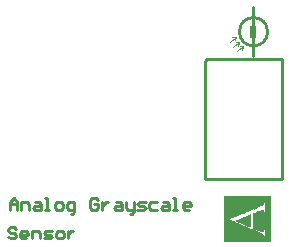
<source format=gto>
%FSLAX23Y23*%
%MOIN*%
G70*
G01*
G75*
%ADD10R,0.035X0.031*%
%ADD11R,0.118X0.039*%
%ADD12R,0.118X0.059*%
%ADD13C,0.010*%
%ADD14C,0.060*%
%ADD15C,0.039*%
%ADD16C,0.236*%
%ADD17C,0.050*%
%ADD18C,0.004*%
%ADD19C,0.000*%
%ADD20R,0.023X0.043*%
D13*
X1240Y768D02*
G03*
X1240Y768I-47J0D01*
G01*
X1191Y686D02*
Y850D01*
X1287Y277D02*
Y677D01*
X1037D02*
X1287D01*
X1032Y672D02*
X1037Y677D01*
X1032Y277D02*
Y672D01*
Y277D02*
X1287D01*
X402Y112D02*
X396Y118D01*
X383D01*
X376Y112D01*
Y105D01*
X383Y98D01*
X396D01*
X402Y92D01*
Y85D01*
X396Y79D01*
X383D01*
X376Y85D01*
X435Y79D02*
X422D01*
X415Y85D01*
Y98D01*
X422Y105D01*
X435D01*
X442Y98D01*
Y92D01*
X415D01*
X455Y79D02*
Y105D01*
X474D01*
X481Y98D01*
Y79D01*
X494D02*
X514D01*
X520Y85D01*
X514Y92D01*
X501D01*
X494Y98D01*
X501Y105D01*
X520D01*
X540Y79D02*
X553D01*
X560Y85D01*
Y98D01*
X553Y105D01*
X540D01*
X533Y98D01*
Y85D01*
X540Y79D01*
X573Y105D02*
Y79D01*
Y92D01*
X579Y98D01*
X586Y105D01*
X592D01*
X380Y175D02*
Y201D01*
X393Y215D01*
X406Y201D01*
Y175D01*
Y195D01*
X380D01*
X419Y175D02*
Y201D01*
X439D01*
X446Y195D01*
Y175D01*
X465Y201D02*
X478D01*
X485Y195D01*
Y175D01*
X465D01*
X459Y182D01*
X465Y188D01*
X485D01*
X498Y175D02*
X511D01*
X505D01*
Y215D01*
X498D01*
X537Y175D02*
X550D01*
X557Y182D01*
Y195D01*
X550Y201D01*
X537D01*
X531Y195D01*
Y182D01*
X537Y175D01*
X583Y162D02*
X590D01*
X596Y169D01*
Y201D01*
X577D01*
X570Y195D01*
Y182D01*
X577Y175D01*
X596D01*
X675Y208D02*
X669Y215D01*
X655D01*
X649Y208D01*
Y182D01*
X655Y175D01*
X669D01*
X675Y182D01*
Y195D01*
X662D01*
X688Y201D02*
Y175D01*
Y188D01*
X695Y195D01*
X701Y201D01*
X708D01*
X734D02*
X747D01*
X754Y195D01*
Y175D01*
X734D01*
X728Y182D01*
X734Y188D01*
X754D01*
X767Y201D02*
Y182D01*
X773Y175D01*
X793D01*
Y169D01*
X787Y162D01*
X780D01*
X793Y175D02*
Y201D01*
X806Y175D02*
X826D01*
X833Y182D01*
X826Y188D01*
X813D01*
X806Y195D01*
X813Y201D01*
X833D01*
X872D02*
X852D01*
X846Y195D01*
Y182D01*
X852Y175D01*
X872D01*
X892Y201D02*
X905D01*
X911Y195D01*
Y175D01*
X892D01*
X885Y182D01*
X892Y188D01*
X911D01*
X924Y175D02*
X937D01*
X931D01*
Y215D01*
X924D01*
X977Y175D02*
X964D01*
X957Y182D01*
Y195D01*
X964Y201D01*
X977D01*
X983Y195D01*
Y188D01*
X957D01*
D18*
X1113Y735D02*
X1133Y751D01*
X1130Y739D02*
X1133Y751D01*
X1122Y752D02*
X1133Y751D01*
Y734D02*
X1144Y733D01*
X1141Y721D02*
X1144Y733D01*
X1124Y718D02*
X1144Y733D01*
X1147Y719D02*
X1157Y719D01*
X1155Y707D02*
X1157Y719D01*
X1138Y703D02*
X1157Y719D01*
D19*
X1247Y70D02*
Y220D01*
X1246Y70D02*
Y220D01*
X1246Y70D02*
Y220D01*
X1246Y70D02*
Y220D01*
X1245Y70D02*
Y220D01*
X1245Y70D02*
Y220D01*
X1245Y70D02*
Y220D01*
X1245Y70D02*
Y220D01*
X1244Y70D02*
Y220D01*
X1244Y70D02*
Y220D01*
X1244Y70D02*
Y220D01*
X1243Y70D02*
Y220D01*
X1243Y70D02*
Y220D01*
X1243Y70D02*
Y220D01*
X1242Y70D02*
Y220D01*
X1242Y70D02*
Y220D01*
X1242Y70D02*
Y220D01*
X1242Y70D02*
Y220D01*
X1241Y70D02*
Y220D01*
X1241Y70D02*
Y220D01*
X1241Y70D02*
Y220D01*
X1240Y70D02*
Y220D01*
X1240Y70D02*
Y220D01*
X1240Y70D02*
Y220D01*
X1239Y70D02*
Y220D01*
X1239Y70D02*
Y220D01*
X1239Y70D02*
Y220D01*
X1239Y70D02*
Y220D01*
X1238Y70D02*
Y220D01*
X1238Y70D02*
Y220D01*
X1238Y70D02*
Y220D01*
X1237Y70D02*
Y220D01*
X1237Y70D02*
Y220D01*
X1237Y70D02*
Y220D01*
X1236Y70D02*
Y220D01*
X1236Y70D02*
Y220D01*
X1236Y70D02*
Y220D01*
X1236Y70D02*
Y220D01*
X1235Y70D02*
Y220D01*
X1235Y70D02*
Y220D01*
X1235Y70D02*
Y220D01*
X1234Y70D02*
Y220D01*
X1234Y70D02*
Y220D01*
X1234Y70D02*
Y220D01*
X1233Y70D02*
Y220D01*
X1233Y70D02*
Y220D01*
X1233Y70D02*
Y220D01*
X1233Y70D02*
Y220D01*
X1232Y70D02*
Y220D01*
X1232Y70D02*
Y220D01*
X1232Y70D02*
Y220D01*
X1231Y70D02*
Y220D01*
X1231Y70D02*
Y220D01*
X1231Y70D02*
Y220D01*
X1230Y70D02*
Y220D01*
X1230Y70D02*
Y220D01*
X1230Y207D02*
Y220D01*
Y118D02*
Y206D01*
Y83D02*
Y115D01*
Y70D02*
Y81D01*
X1230Y207D02*
Y220D01*
Y118D02*
Y206D01*
Y83D02*
Y115D01*
Y70D02*
Y81D01*
X1229Y206D02*
Y220D01*
Y118D02*
Y160D01*
Y70D02*
Y81D01*
X1229Y206D02*
Y220D01*
Y118D02*
Y160D01*
Y70D02*
Y81D01*
X1229Y208D02*
Y220D01*
Y118D02*
Y160D01*
Y70D02*
Y81D01*
X1228Y208D02*
Y220D01*
Y118D02*
Y160D01*
Y70D02*
Y81D01*
X1228Y207D02*
Y220D01*
Y205D02*
Y206D01*
Y117D02*
Y160D01*
Y70D02*
Y82D01*
X1228Y207D02*
Y220D01*
Y205D02*
Y206D01*
Y117D02*
Y160D01*
Y70D02*
Y82D01*
X1227Y206D02*
Y220D01*
Y205D02*
Y206D01*
Y118D02*
Y160D01*
Y70D02*
Y81D01*
X1227Y204D02*
Y220D01*
Y113D02*
Y166D01*
Y70D02*
Y83D01*
X1227Y204D02*
Y220D01*
Y113D02*
Y166D01*
Y70D02*
Y83D01*
X1227Y200D02*
Y220D01*
Y110D02*
Y167D01*
Y70D02*
Y86D01*
X1226Y200D02*
Y220D01*
Y110D02*
Y167D01*
Y70D02*
Y86D01*
X1226Y199D02*
Y220D01*
Y108D02*
Y169D01*
Y70D02*
Y87D01*
X1226Y199D02*
Y220D01*
Y108D02*
Y169D01*
Y70D02*
Y87D01*
X1225Y199D02*
Y220D01*
Y107D02*
Y169D01*
Y70D02*
Y88D01*
X1225Y199D02*
Y220D01*
Y107D02*
Y169D01*
Y70D02*
Y88D01*
X1225Y197D02*
Y220D01*
Y106D02*
Y170D01*
Y70D02*
Y89D01*
X1224Y197D02*
Y220D01*
Y106D02*
Y170D01*
Y70D02*
Y89D01*
X1224Y197D02*
Y220D01*
Y106D02*
Y172D01*
Y70D02*
Y91D01*
X1224Y197D02*
Y220D01*
Y106D02*
Y172D01*
Y70D02*
Y91D01*
X1224Y196D02*
Y220D01*
Y105D02*
Y171D01*
Y70D02*
Y91D01*
X1223Y196D02*
Y220D01*
Y105D02*
Y171D01*
Y70D02*
Y91D01*
X1223Y195D02*
Y220D01*
Y105D02*
Y172D01*
Y70D02*
Y91D01*
X1223Y195D02*
Y220D01*
Y105D02*
Y173D01*
Y70D02*
Y92D01*
X1222Y195D02*
Y220D01*
Y105D02*
Y173D01*
Y70D02*
Y92D01*
X1222Y194D02*
Y220D01*
Y103D02*
Y172D01*
Y70D02*
Y92D01*
X1222Y194D02*
Y220D01*
Y103D02*
Y172D01*
Y70D02*
Y92D01*
X1221Y194D02*
Y220D01*
Y104D02*
Y172D01*
Y70D02*
Y94D01*
X1221Y194D02*
Y220D01*
Y104D02*
Y172D01*
Y70D02*
Y94D01*
X1221Y193D02*
Y220D01*
Y105D02*
Y172D01*
Y70D02*
Y93D01*
X1221Y193D02*
Y220D01*
Y105D02*
Y172D01*
Y70D02*
Y93D01*
X1220Y193D02*
Y220D01*
Y103D02*
Y172D01*
Y70D02*
Y94D01*
X1220Y193D02*
Y220D01*
Y103D02*
Y172D01*
Y70D02*
Y94D01*
X1220Y192D02*
Y220D01*
Y103D02*
Y172D01*
Y70D02*
Y94D01*
X1219Y192D02*
Y220D01*
Y103D02*
Y172D01*
Y70D02*
Y94D01*
X1219Y193D02*
Y220D01*
Y104D02*
Y173D01*
Y70D02*
Y94D01*
X1219Y193D02*
Y220D01*
Y104D02*
Y173D01*
Y70D02*
Y94D01*
X1218Y192D02*
Y220D01*
Y105D02*
Y172D01*
Y70D02*
Y94D01*
X1218Y191D02*
Y220D01*
Y104D02*
Y173D01*
Y70D02*
Y94D01*
X1218Y191D02*
Y220D01*
Y104D02*
Y173D01*
Y70D02*
Y94D01*
X1218Y190D02*
Y220D01*
Y105D02*
Y172D01*
Y70D02*
Y96D01*
X1217Y190D02*
Y220D01*
Y105D02*
Y172D01*
Y70D02*
Y96D01*
X1217Y191D02*
Y220D01*
Y104D02*
Y173D01*
Y70D02*
Y95D01*
X1217Y191D02*
Y220D01*
Y104D02*
Y173D01*
Y70D02*
Y95D01*
X1216Y190D02*
Y220D01*
Y104D02*
Y172D01*
Y70D02*
Y96D01*
X1216Y190D02*
Y220D01*
Y104D02*
Y172D01*
Y70D02*
Y96D01*
X1216Y191D02*
Y220D01*
Y105D02*
Y172D01*
Y70D02*
Y97D01*
X1215Y191D02*
Y220D01*
Y105D02*
Y172D01*
Y70D02*
Y97D01*
X1215Y191D02*
Y220D01*
Y105D02*
Y172D01*
Y70D02*
Y96D01*
X1215Y191D02*
Y220D01*
Y105D02*
Y172D01*
Y70D02*
Y96D01*
X1215Y190D02*
Y220D01*
Y105D02*
Y172D01*
Y70D02*
Y97D01*
X1214Y190D02*
Y220D01*
Y105D02*
Y172D01*
Y70D02*
Y97D01*
X1214Y190D02*
Y220D01*
Y104D02*
Y171D01*
Y70D02*
Y97D01*
X1214Y190D02*
Y220D01*
Y105D02*
Y172D01*
Y70D02*
Y97D01*
X1213Y190D02*
Y220D01*
Y105D02*
Y172D01*
Y70D02*
Y97D01*
X1213Y189D02*
Y220D01*
Y105D02*
Y171D01*
Y70D02*
Y98D01*
X1213Y189D02*
Y220D01*
Y105D02*
Y171D01*
Y70D02*
Y98D01*
X1212Y187D02*
Y220D01*
Y106D02*
Y170D01*
Y70D02*
Y98D01*
X1212Y187D02*
Y220D01*
Y106D02*
Y170D01*
Y70D02*
Y98D01*
X1212Y189D02*
Y220D01*
Y106D02*
Y172D01*
Y70D02*
Y97D01*
X1212Y189D02*
Y220D01*
Y106D02*
Y172D01*
Y70D02*
Y97D01*
X1211Y188D02*
Y220D01*
Y106D02*
Y171D01*
Y70D02*
Y99D01*
X1211Y188D02*
Y220D01*
Y106D02*
Y171D01*
Y70D02*
Y99D01*
X1211Y188D02*
Y220D01*
Y106D02*
Y170D01*
Y70D02*
Y99D01*
X1210Y188D02*
Y220D01*
Y106D02*
Y170D01*
Y70D02*
Y99D01*
X1210Y188D02*
Y220D01*
Y107D02*
Y171D01*
Y70D02*
Y100D01*
X1210Y188D02*
Y220D01*
Y107D02*
Y169D01*
Y70D02*
Y99D01*
X1209Y188D02*
Y220D01*
Y107D02*
Y169D01*
Y70D02*
Y99D01*
X1209Y187D02*
Y220D01*
Y107D02*
Y169D01*
Y70D02*
Y100D01*
X1209Y187D02*
Y220D01*
Y107D02*
Y169D01*
Y70D02*
Y100D01*
X1209Y187D02*
Y220D01*
Y107D02*
Y169D01*
Y70D02*
Y99D01*
X1208Y187D02*
Y220D01*
Y107D02*
Y169D01*
Y70D02*
Y99D01*
X1208Y186D02*
Y220D01*
Y106D02*
Y169D01*
Y70D02*
Y99D01*
X1208Y186D02*
Y220D01*
Y106D02*
Y169D01*
Y70D02*
Y99D01*
X1207Y187D02*
Y220D01*
Y108D02*
Y169D01*
Y70D02*
Y100D01*
X1207Y187D02*
Y220D01*
Y108D02*
Y169D01*
Y70D02*
Y100D01*
X1207Y187D02*
Y220D01*
Y107D02*
Y169D01*
Y70D02*
Y100D01*
X1206Y187D02*
Y220D01*
Y107D02*
Y169D01*
Y70D02*
Y100D01*
X1206Y186D02*
Y220D01*
Y109D02*
Y169D01*
Y70D02*
Y102D01*
X1206Y186D02*
Y220D01*
Y109D02*
Y169D01*
Y70D02*
Y102D01*
X1206Y186D02*
Y220D01*
Y108D02*
Y168D01*
Y70D02*
Y100D01*
X1205Y185D02*
Y220D01*
Y109D02*
Y168D01*
Y70D02*
Y101D01*
X1205Y185D02*
Y220D01*
Y109D02*
Y168D01*
Y70D02*
Y101D01*
X1205Y186D02*
Y220D01*
Y108D02*
Y169D01*
Y70D02*
Y101D01*
X1204Y186D02*
Y220D01*
Y108D02*
Y169D01*
Y70D02*
Y101D01*
X1204Y185D02*
Y220D01*
Y109D02*
Y167D01*
Y70D02*
Y103D01*
X1204Y185D02*
Y220D01*
Y109D02*
Y167D01*
Y70D02*
Y103D01*
X1203Y185D02*
Y220D01*
Y109D02*
Y168D01*
Y70D02*
Y101D01*
X1203Y185D02*
Y220D01*
Y109D02*
Y168D01*
Y70D02*
Y101D01*
X1203Y183D02*
Y220D01*
Y110D02*
Y166D01*
Y70D02*
Y101D01*
X1203Y183D02*
Y220D01*
Y110D02*
Y166D01*
Y70D02*
Y101D01*
X1202Y184D02*
Y220D01*
Y110D02*
Y166D01*
Y70D02*
Y102D01*
X1202Y184D02*
Y220D01*
Y110D02*
Y166D01*
Y70D02*
Y102D01*
X1202Y183D02*
Y220D01*
Y110D02*
Y167D01*
Y70D02*
Y103D01*
X1201Y183D02*
Y220D01*
Y110D02*
Y167D01*
Y70D02*
Y103D01*
X1201Y184D02*
Y220D01*
Y111D02*
Y166D01*
Y70D02*
Y103D01*
X1201Y184D02*
Y220D01*
Y111D02*
Y166D01*
Y70D02*
Y105D01*
X1200Y184D02*
Y220D01*
Y111D02*
Y166D01*
Y70D02*
Y105D01*
X1200Y183D02*
Y220D01*
Y112D02*
Y166D01*
Y70D02*
Y103D01*
X1200Y183D02*
Y220D01*
Y112D02*
Y166D01*
Y70D02*
Y103D01*
X1200Y182D02*
Y220D01*
Y111D02*
Y165D01*
Y70D02*
Y103D01*
X1199Y182D02*
Y220D01*
Y111D02*
Y165D01*
Y70D02*
Y103D01*
X1199Y183D02*
Y220D01*
Y112D02*
Y165D01*
Y70D02*
Y103D01*
X1199Y183D02*
Y220D01*
Y112D02*
Y165D01*
Y70D02*
Y103D01*
X1198Y183D02*
Y220D01*
Y111D02*
Y165D01*
Y70D02*
Y103D01*
X1198Y183D02*
Y220D01*
Y111D02*
Y165D01*
Y70D02*
Y103D01*
X1198Y183D02*
Y220D01*
Y112D02*
Y165D01*
Y70D02*
Y103D01*
X1197Y183D02*
Y220D01*
Y112D02*
Y165D01*
Y70D02*
Y103D01*
X1197Y182D02*
Y220D01*
Y112D02*
Y165D01*
Y70D02*
Y106D01*
X1197Y182D02*
Y220D01*
Y112D02*
Y165D01*
Y70D02*
Y106D01*
X1197Y182D02*
Y220D01*
Y112D02*
Y164D01*
Y70D02*
Y104D01*
X1196Y179D02*
Y220D01*
Y112D02*
Y164D01*
Y70D02*
Y104D01*
X1196Y179D02*
Y220D01*
Y112D02*
Y164D01*
Y70D02*
Y104D01*
X1196Y182D02*
Y220D01*
Y113D02*
Y164D01*
Y70D02*
Y105D01*
X1195Y182D02*
Y220D01*
Y113D02*
Y164D01*
Y70D02*
Y105D01*
X1195Y182D02*
Y220D01*
Y114D02*
Y164D01*
Y70D02*
Y106D01*
X1195Y182D02*
Y220D01*
Y114D02*
Y164D01*
Y70D02*
Y106D01*
X1194Y182D02*
Y220D01*
Y113D02*
Y163D01*
Y70D02*
Y105D01*
X1194Y182D02*
Y220D01*
Y113D02*
Y163D01*
Y70D02*
Y105D01*
X1194Y181D02*
Y220D01*
Y114D02*
Y163D01*
Y70D02*
Y106D01*
X1194Y181D02*
Y220D01*
Y114D02*
Y163D01*
Y70D02*
Y106D01*
X1193Y181D02*
Y220D01*
Y163D02*
Y164D01*
Y113D02*
Y163D01*
Y70D02*
Y106D01*
X1193Y181D02*
Y220D01*
Y163D02*
Y164D01*
Y113D02*
Y163D01*
Y70D02*
Y106D01*
X1193Y178D02*
Y220D01*
Y114D02*
Y163D01*
Y70D02*
Y106D01*
X1192Y181D02*
Y220D01*
Y115D02*
Y164D01*
Y70D02*
Y106D01*
X1192Y181D02*
Y220D01*
Y115D02*
Y164D01*
Y70D02*
Y106D01*
X1192Y181D02*
Y220D01*
Y114D02*
Y163D01*
Y70D02*
Y107D01*
X1191Y181D02*
Y220D01*
Y114D02*
Y163D01*
Y70D02*
Y107D01*
X1191Y179D02*
Y220D01*
Y115D02*
Y163D01*
Y70D02*
Y109D01*
X1191Y179D02*
Y220D01*
Y115D02*
Y163D01*
Y70D02*
Y109D01*
X1191Y180D02*
Y220D01*
Y70D02*
Y107D01*
X1190Y180D02*
Y220D01*
Y70D02*
Y107D01*
X1190Y179D02*
Y220D01*
Y70D02*
Y109D01*
X1190Y179D02*
Y220D01*
Y70D02*
Y109D01*
X1189Y179D02*
Y220D01*
Y70D02*
Y107D01*
X1189Y179D02*
Y220D01*
Y70D02*
Y107D01*
X1189Y179D02*
Y220D01*
Y70D02*
Y109D01*
X1188Y179D02*
Y220D01*
Y70D02*
Y109D01*
X1188Y178D02*
Y220D01*
Y70D02*
Y109D01*
X1188Y179D02*
Y220D01*
Y70D02*
Y108D01*
X1188Y179D02*
Y220D01*
Y70D02*
Y108D01*
X1187Y178D02*
Y220D01*
Y70D02*
Y110D01*
X1187Y178D02*
Y220D01*
Y70D02*
Y110D01*
X1187Y178D02*
Y220D01*
Y70D02*
Y109D01*
X1186Y178D02*
Y220D01*
Y70D02*
Y109D01*
X1186Y177D02*
Y220D01*
Y70D02*
Y110D01*
X1186Y177D02*
Y220D01*
Y70D02*
Y110D01*
X1185Y178D02*
Y220D01*
Y70D02*
Y109D01*
X1185Y178D02*
Y220D01*
Y70D02*
Y109D01*
X1185Y178D02*
Y220D01*
Y70D02*
Y110D01*
X1185Y178D02*
Y220D01*
Y70D02*
Y110D01*
X1184Y177D02*
Y220D01*
Y70D02*
Y110D01*
X1184Y177D02*
Y220D01*
Y70D02*
Y110D01*
X1184Y177D02*
Y220D01*
Y70D02*
Y111D01*
X1183Y177D02*
Y220D01*
Y70D02*
Y110D01*
X1183Y177D02*
Y220D01*
Y70D02*
Y110D01*
X1183Y177D02*
Y220D01*
Y70D02*
Y110D01*
X1182Y177D02*
Y220D01*
Y70D02*
Y110D01*
X1182Y176D02*
Y220D01*
Y119D02*
Y159D01*
Y70D02*
Y111D01*
X1182Y176D02*
Y220D01*
Y119D02*
Y159D01*
Y70D02*
Y111D01*
X1182Y176D02*
Y220D01*
Y119D02*
Y158D01*
Y70D02*
Y112D01*
X1181Y176D02*
Y220D01*
Y119D02*
Y158D01*
Y70D02*
Y112D01*
X1181Y176D02*
Y220D01*
Y119D02*
Y157D01*
Y70D02*
Y111D01*
X1181Y176D02*
Y220D01*
Y119D02*
Y157D01*
Y70D02*
Y111D01*
X1180Y175D02*
Y220D01*
Y119D02*
Y157D01*
Y70D02*
Y112D01*
X1180Y175D02*
Y220D01*
Y119D02*
Y157D01*
Y70D02*
Y112D01*
X1180Y175D02*
Y220D01*
Y120D02*
Y157D01*
Y70D02*
Y112D01*
X1179Y175D02*
Y220D01*
Y120D02*
Y157D01*
Y70D02*
Y112D01*
X1179Y175D02*
Y220D01*
Y120D02*
Y157D01*
Y70D02*
Y112D01*
X1179Y174D02*
Y220D01*
Y121D02*
Y157D01*
Y70D02*
Y112D01*
X1179Y174D02*
Y220D01*
Y121D02*
Y157D01*
Y70D02*
Y112D01*
X1178Y173D02*
Y220D01*
Y120D02*
Y156D01*
Y70D02*
Y113D01*
X1178Y173D02*
Y220D01*
Y120D02*
Y156D01*
Y70D02*
Y113D01*
X1178Y174D02*
Y220D01*
Y121D02*
Y157D01*
Y70D02*
Y112D01*
X1177Y174D02*
Y220D01*
Y121D02*
Y157D01*
Y70D02*
Y112D01*
X1177Y174D02*
Y220D01*
Y120D02*
Y156D01*
Y70D02*
Y113D01*
X1177Y174D02*
Y220D01*
Y120D02*
Y156D01*
Y70D02*
Y113D01*
X1176Y173D02*
Y220D01*
Y121D02*
Y156D01*
Y70D02*
Y113D01*
X1176Y173D02*
Y220D01*
Y121D02*
Y156D01*
Y70D02*
Y113D01*
X1176Y174D02*
Y220D01*
Y121D02*
Y157D01*
Y70D02*
Y115D01*
X1176Y174D02*
Y220D01*
Y121D02*
Y157D01*
Y70D02*
Y115D01*
X1175Y173D02*
Y220D01*
Y122D02*
Y156D01*
Y70D02*
Y114D01*
X1175Y173D02*
Y220D01*
Y121D02*
Y155D01*
Y70D02*
Y115D01*
X1175Y173D02*
Y220D01*
Y121D02*
Y155D01*
Y70D02*
Y115D01*
X1174Y173D02*
Y220D01*
Y122D02*
Y156D01*
Y70D02*
Y114D01*
X1174Y173D02*
Y220D01*
Y122D02*
Y156D01*
Y70D02*
Y114D01*
X1174Y173D02*
Y220D01*
Y123D02*
Y155D01*
Y70D02*
Y115D01*
X1173Y173D02*
Y220D01*
Y123D02*
Y155D01*
Y70D02*
Y115D01*
X1173Y173D02*
Y220D01*
Y121D02*
Y155D01*
Y70D02*
Y114D01*
X1173Y173D02*
Y220D01*
Y121D02*
Y155D01*
Y70D02*
Y114D01*
X1173Y172D02*
Y220D01*
Y121D02*
Y154D01*
Y70D02*
Y115D01*
X1172Y172D02*
Y220D01*
Y121D02*
Y154D01*
Y70D02*
Y115D01*
X1172Y172D02*
Y220D01*
Y123D02*
Y154D01*
Y70D02*
Y115D01*
X1172Y172D02*
Y220D01*
Y123D02*
Y154D01*
Y70D02*
Y115D01*
X1171Y172D02*
Y220D01*
Y122D02*
Y154D01*
Y70D02*
Y116D01*
X1171Y172D02*
Y220D01*
Y122D02*
Y154D01*
Y70D02*
Y116D01*
X1171Y171D02*
Y220D01*
Y124D02*
Y154D01*
Y70D02*
Y115D01*
X1170Y172D02*
Y220D01*
Y122D02*
Y154D01*
Y70D02*
Y116D01*
X1170Y172D02*
Y220D01*
Y122D02*
Y154D01*
Y70D02*
Y116D01*
X1170Y170D02*
Y220D01*
Y124D02*
Y153D01*
Y70D02*
Y116D01*
X1170Y170D02*
Y220D01*
Y124D02*
Y153D01*
Y70D02*
Y116D01*
X1169Y170D02*
Y220D01*
Y124D02*
Y153D01*
Y70D02*
Y116D01*
X1169Y170D02*
Y220D01*
Y124D02*
Y153D01*
Y70D02*
Y116D01*
X1169Y171D02*
Y220D01*
Y124D02*
Y152D01*
Y70D02*
Y116D01*
X1168Y171D02*
Y220D01*
Y124D02*
Y152D01*
Y70D02*
Y116D01*
X1168Y170D02*
Y220D01*
Y125D02*
Y152D01*
Y70D02*
Y118D01*
X1168Y170D02*
Y220D01*
Y125D02*
Y152D01*
Y70D02*
Y118D01*
X1167Y170D02*
Y220D01*
Y124D02*
Y152D01*
Y70D02*
Y117D01*
X1167Y170D02*
Y220D01*
Y124D02*
Y152D01*
Y70D02*
Y117D01*
X1167Y170D02*
Y220D01*
Y125D02*
Y152D01*
Y70D02*
Y118D01*
X1167Y170D02*
Y220D01*
Y125D02*
Y152D01*
Y70D02*
Y118D01*
X1166Y169D02*
Y220D01*
Y126D02*
Y152D01*
Y70D02*
Y117D01*
X1166Y169D02*
Y220D01*
Y125D02*
Y151D01*
Y70D02*
Y118D01*
X1166Y169D02*
Y220D01*
Y125D02*
Y151D01*
Y70D02*
Y118D01*
X1165Y169D02*
Y220D01*
Y126D02*
Y151D01*
Y70D02*
Y118D01*
X1165Y169D02*
Y220D01*
Y126D02*
Y151D01*
Y70D02*
Y118D01*
X1165Y169D02*
Y220D01*
Y126D02*
Y151D01*
Y70D02*
Y118D01*
X1164Y169D02*
Y220D01*
Y126D02*
Y151D01*
Y70D02*
Y118D01*
X1164Y168D02*
Y220D01*
Y125D02*
Y151D01*
Y70D02*
Y119D01*
X1164Y168D02*
Y220D01*
Y125D02*
Y151D01*
Y70D02*
Y119D01*
X1164Y169D02*
Y220D01*
Y127D02*
Y151D01*
Y70D02*
Y119D01*
X1163Y169D02*
Y220D01*
Y127D02*
Y151D01*
Y70D02*
Y119D01*
X1163Y168D02*
Y220D01*
Y127D02*
Y151D01*
Y70D02*
Y120D01*
X1163Y168D02*
Y220D01*
Y127D02*
Y151D01*
Y70D02*
Y120D01*
X1162Y167D02*
Y220D01*
Y128D02*
Y150D01*
Y70D02*
Y119D01*
X1162Y168D02*
Y220D01*
Y128D02*
Y150D01*
Y70D02*
Y120D01*
X1162Y168D02*
Y220D01*
Y128D02*
Y150D01*
Y70D02*
Y120D01*
X1161Y166D02*
Y220D01*
Y128D02*
Y150D01*
Y70D02*
Y119D01*
X1161Y166D02*
Y220D01*
Y128D02*
Y150D01*
Y70D02*
Y119D01*
X1161Y168D02*
Y220D01*
Y128D02*
Y149D01*
Y70D02*
Y120D01*
X1161Y168D02*
Y220D01*
Y128D02*
Y149D01*
Y70D02*
Y120D01*
X1160Y167D02*
Y220D01*
Y128D02*
Y150D01*
Y70D02*
Y121D01*
X1160Y167D02*
Y220D01*
Y128D02*
Y150D01*
Y70D02*
Y121D01*
X1160Y165D02*
Y220D01*
Y128D02*
Y150D01*
Y70D02*
Y121D01*
X1159Y165D02*
Y220D01*
Y128D02*
Y150D01*
Y70D02*
Y121D01*
X1159Y167D02*
Y220D01*
Y129D02*
Y148D01*
Y70D02*
Y121D01*
X1159Y167D02*
Y220D01*
Y129D02*
Y148D01*
Y70D02*
Y121D01*
X1158Y166D02*
Y220D01*
Y130D02*
Y149D01*
Y70D02*
Y121D01*
X1158Y166D02*
Y220D01*
Y130D02*
Y149D01*
Y70D02*
Y121D01*
X1158Y166D02*
Y220D01*
Y129D02*
Y148D01*
Y70D02*
Y122D01*
X1158Y165D02*
Y220D01*
Y128D02*
Y148D01*
Y70D02*
Y121D01*
X1157Y165D02*
Y220D01*
Y128D02*
Y148D01*
Y70D02*
Y121D01*
X1157Y166D02*
Y220D01*
Y130D02*
Y148D01*
Y70D02*
Y121D01*
X1157Y166D02*
Y220D01*
Y130D02*
Y148D01*
Y70D02*
Y121D01*
X1156Y164D02*
Y220D01*
Y130D02*
Y147D01*
Y70D02*
Y122D01*
X1156Y164D02*
Y220D01*
Y130D02*
Y147D01*
Y70D02*
Y122D01*
X1156Y164D02*
Y220D01*
Y130D02*
Y148D01*
Y70D02*
Y122D01*
X1155Y164D02*
Y220D01*
Y130D02*
Y148D01*
Y70D02*
Y122D01*
X1155Y165D02*
Y220D01*
Y130D02*
Y147D01*
Y70D02*
Y124D01*
X1155Y165D02*
Y220D01*
Y130D02*
Y147D01*
Y70D02*
Y124D01*
X1155Y164D02*
Y220D01*
Y130D02*
Y147D01*
Y70D02*
Y122D01*
X1154Y164D02*
Y220D01*
Y130D02*
Y147D01*
Y70D02*
Y122D01*
X1154Y165D02*
Y220D01*
Y130D02*
Y146D01*
Y70D02*
Y123D01*
X1154Y165D02*
Y220D01*
Y130D02*
Y146D01*
Y70D02*
Y123D01*
X1153Y164D02*
Y220D01*
Y131D02*
Y147D01*
Y70D02*
Y123D01*
X1153Y164D02*
Y220D01*
Y131D02*
Y147D01*
Y70D02*
Y124D01*
X1153Y164D02*
Y220D01*
Y131D02*
Y147D01*
Y70D02*
Y124D01*
X1152Y164D02*
Y220D01*
Y132D02*
Y146D01*
Y70D02*
Y123D01*
X1152Y164D02*
Y220D01*
Y132D02*
Y146D01*
Y70D02*
Y123D01*
X1152Y163D02*
Y220D01*
Y131D02*
Y146D01*
Y70D02*
Y124D01*
X1152Y163D02*
Y220D01*
Y131D02*
Y146D01*
Y70D02*
Y124D01*
X1151Y163D02*
Y220D01*
Y132D02*
Y145D01*
Y70D02*
Y125D01*
X1151Y163D02*
Y220D01*
Y132D02*
Y145D01*
Y70D02*
Y125D01*
X1151Y163D02*
Y220D01*
Y132D02*
Y145D01*
Y70D02*
Y124D01*
X1150Y163D02*
Y220D01*
Y132D02*
Y145D01*
Y70D02*
Y124D01*
X1150Y163D02*
Y220D01*
Y133D02*
Y146D01*
Y70D02*
Y124D01*
X1150Y163D02*
Y220D01*
Y133D02*
Y146D01*
Y70D02*
Y124D01*
X1149Y163D02*
Y220D01*
Y133D02*
Y145D01*
Y70D02*
Y125D01*
X1149Y163D02*
Y220D01*
Y133D02*
Y145D01*
Y70D02*
Y125D01*
X1149Y161D02*
Y220D01*
Y133D02*
Y145D01*
Y70D02*
Y125D01*
X1149Y162D02*
Y220D01*
Y133D02*
Y144D01*
Y70D02*
Y125D01*
X1148Y162D02*
Y220D01*
Y133D02*
Y144D01*
Y70D02*
Y125D01*
X1148Y161D02*
Y220D01*
Y133D02*
Y145D01*
Y70D02*
Y125D01*
X1148Y161D02*
Y220D01*
Y133D02*
Y145D01*
Y70D02*
Y125D01*
X1147Y161D02*
Y220D01*
Y134D02*
Y144D01*
Y70D02*
Y126D01*
X1147Y161D02*
Y220D01*
Y134D02*
Y144D01*
Y70D02*
Y126D01*
X1147Y161D02*
Y220D01*
Y134D02*
Y144D01*
Y70D02*
Y126D01*
X1146Y161D02*
Y220D01*
Y134D02*
Y144D01*
Y70D02*
Y126D01*
X1146Y161D02*
Y220D01*
Y133D02*
Y143D01*
Y70D02*
Y127D01*
X1146Y161D02*
Y220D01*
Y133D02*
Y143D01*
Y70D02*
Y127D01*
X1146Y160D02*
Y220D01*
Y134D02*
Y143D01*
Y70D02*
Y126D01*
X1145Y160D02*
Y220D01*
Y134D02*
Y143D01*
Y70D02*
Y126D01*
X1145Y161D02*
Y220D01*
Y134D02*
Y143D01*
Y70D02*
Y127D01*
X1145Y161D02*
Y220D01*
Y135D02*
Y143D01*
Y70D02*
Y127D01*
X1144Y161D02*
Y220D01*
Y135D02*
Y143D01*
Y70D02*
Y127D01*
X1144Y160D02*
Y220D01*
Y134D02*
Y142D01*
Y70D02*
Y127D01*
X1144Y160D02*
Y220D01*
Y134D02*
Y142D01*
Y70D02*
Y127D01*
X1143Y160D02*
Y220D01*
Y136D02*
Y142D01*
Y70D02*
Y128D01*
X1143Y160D02*
Y220D01*
Y136D02*
Y142D01*
Y70D02*
Y128D01*
X1143Y160D02*
Y220D01*
Y134D02*
Y143D01*
Y70D02*
Y128D01*
X1143Y160D02*
Y220D01*
Y134D02*
Y143D01*
Y70D02*
Y128D01*
X1142Y160D02*
Y220D01*
Y136D02*
Y142D01*
Y70D02*
Y130D01*
X1142Y160D02*
Y220D01*
Y136D02*
Y142D01*
Y70D02*
Y130D01*
X1142Y159D02*
Y220D01*
Y135D02*
Y141D01*
Y70D02*
Y130D01*
X1141Y159D02*
Y220D01*
Y135D02*
Y141D01*
Y70D02*
Y130D01*
X1141Y159D02*
Y220D01*
Y135D02*
Y142D01*
Y70D02*
Y128D01*
X1141Y159D02*
Y220D01*
Y135D02*
Y142D01*
Y70D02*
Y128D01*
X1140Y159D02*
Y220D01*
Y137D02*
Y141D01*
Y70D02*
Y130D01*
X1140Y159D02*
Y220D01*
Y136D02*
Y141D01*
Y70D02*
Y129D01*
X1140Y159D02*
Y220D01*
Y136D02*
Y141D01*
Y70D02*
Y129D01*
X1140Y156D02*
Y220D01*
Y137D02*
Y142D01*
Y70D02*
Y130D01*
X1139Y156D02*
Y220D01*
Y137D02*
Y142D01*
Y70D02*
Y130D01*
X1139Y159D02*
Y220D01*
Y136D02*
Y140D01*
Y70D02*
Y130D01*
X1139Y159D02*
Y220D01*
Y136D02*
Y140D01*
Y70D02*
Y130D01*
X1138Y158D02*
Y220D01*
Y137D02*
Y141D01*
Y70D02*
Y130D01*
X1138Y158D02*
Y220D01*
Y137D02*
Y141D01*
Y70D02*
Y130D01*
X1138Y158D02*
Y220D01*
Y138D02*
Y140D01*
Y70D02*
Y130D01*
X1137Y158D02*
Y220D01*
Y138D02*
Y140D01*
Y70D02*
Y130D01*
X1137Y157D02*
Y220D01*
Y138D02*
Y141D01*
Y70D02*
Y130D01*
X1137Y157D02*
Y220D01*
Y138D02*
Y141D01*
Y70D02*
Y130D01*
X1137Y157D02*
Y220D01*
Y138D02*
Y141D01*
Y70D02*
Y130D01*
X1136Y157D02*
Y220D01*
Y138D02*
Y141D01*
Y70D02*
Y130D01*
X1136Y157D02*
Y220D01*
Y70D02*
Y130D01*
X1136Y156D02*
Y220D01*
Y70D02*
Y130D01*
X1135Y156D02*
Y220D01*
Y70D02*
Y130D01*
X1135Y157D02*
Y220D01*
Y70D02*
Y131D01*
X1135Y157D02*
Y220D01*
Y70D02*
Y131D01*
X1134Y156D02*
Y220D01*
Y70D02*
Y131D01*
X1134Y156D02*
Y220D01*
Y70D02*
Y131D01*
X1134Y156D02*
Y220D01*
Y70D02*
Y132D01*
X1134Y156D02*
Y220D01*
Y70D02*
Y132D01*
X1133Y155D02*
Y220D01*
Y70D02*
Y132D01*
X1133Y155D02*
Y220D01*
Y70D02*
Y132D01*
X1133Y155D02*
Y220D01*
Y70D02*
Y132D01*
X1132Y155D02*
Y220D01*
Y70D02*
Y132D01*
X1132Y156D02*
Y220D01*
Y70D02*
Y133D01*
X1132Y156D02*
Y220D01*
Y70D02*
Y133D01*
X1131Y155D02*
Y220D01*
Y70D02*
Y133D01*
X1131Y155D02*
Y220D01*
Y70D02*
Y133D01*
X1131Y155D02*
Y220D01*
Y70D02*
Y133D01*
X1131Y154D02*
Y220D01*
Y70D02*
Y133D01*
X1130Y154D02*
Y220D01*
Y70D02*
Y133D01*
X1130Y154D02*
Y220D01*
Y70D02*
Y133D01*
X1130Y154D02*
Y220D01*
Y70D02*
Y133D01*
X1129Y155D02*
Y220D01*
Y70D02*
Y133D01*
X1129Y155D02*
Y220D01*
Y70D02*
Y133D01*
X1129Y154D02*
Y220D01*
Y70D02*
Y134D01*
X1128Y154D02*
Y220D01*
Y70D02*
Y134D01*
X1128Y154D02*
Y220D01*
Y70D02*
Y134D01*
X1128Y154D02*
Y220D01*
Y70D02*
Y134D01*
X1128Y154D02*
Y220D01*
Y70D02*
Y134D01*
X1127Y154D02*
Y220D01*
Y70D02*
Y136D01*
X1127Y154D02*
Y220D01*
Y70D02*
Y136D01*
X1127Y153D02*
Y220D01*
Y70D02*
Y134D01*
X1126Y153D02*
Y220D01*
Y70D02*
Y134D01*
X1126Y153D02*
Y220D01*
Y70D02*
Y135D01*
X1126Y153D02*
Y220D01*
Y70D02*
Y135D01*
X1125Y152D02*
Y220D01*
Y70D02*
Y135D01*
X1125Y152D02*
Y220D01*
Y70D02*
Y135D01*
X1125Y152D02*
Y220D01*
Y70D02*
Y135D01*
X1125Y152D02*
Y220D01*
Y70D02*
Y135D01*
X1124Y152D02*
Y220D01*
Y70D02*
Y136D01*
X1124Y152D02*
Y220D01*
Y70D02*
Y136D01*
X1124Y151D02*
Y220D01*
Y70D02*
Y136D01*
X1123Y151D02*
Y220D01*
Y70D02*
Y136D01*
X1123Y152D02*
Y220D01*
Y70D02*
Y137D01*
X1123Y152D02*
Y220D01*
Y70D02*
Y136D01*
X1122Y152D02*
Y220D01*
Y70D02*
Y136D01*
X1122Y151D02*
Y220D01*
Y70D02*
Y137D01*
X1122Y151D02*
Y220D01*
Y70D02*
Y137D01*
X1122Y151D02*
Y220D01*
Y70D02*
Y137D01*
X1121Y151D02*
Y220D01*
Y70D02*
Y137D01*
X1121Y150D02*
Y220D01*
Y70D02*
Y137D01*
X1121Y150D02*
Y220D01*
Y70D02*
Y137D01*
X1120Y151D02*
Y220D01*
Y70D02*
Y137D01*
X1120Y151D02*
Y220D01*
Y70D02*
Y137D01*
X1120Y150D02*
Y220D01*
Y70D02*
Y138D01*
X1119Y150D02*
Y220D01*
Y70D02*
Y138D01*
X1119Y150D02*
Y220D01*
Y70D02*
Y138D01*
X1119Y150D02*
Y220D01*
Y70D02*
Y138D01*
X1119Y150D02*
Y220D01*
Y70D02*
Y138D01*
X1118Y150D02*
Y220D01*
Y70D02*
Y138D01*
X1118Y150D02*
Y220D01*
Y70D02*
Y138D01*
X1118Y150D02*
Y220D01*
Y70D02*
Y139D01*
X1117Y150D02*
Y220D01*
Y70D02*
Y139D01*
X1117Y149D02*
Y220D01*
Y70D02*
Y138D01*
X1117Y149D02*
Y220D01*
Y70D02*
Y138D01*
X1116Y148D02*
Y220D01*
Y70D02*
Y139D01*
X1116Y148D02*
Y220D01*
Y70D02*
Y139D01*
X1116Y148D02*
Y220D01*
Y70D02*
Y139D01*
X1116Y148D02*
Y220D01*
Y70D02*
Y139D01*
X1115Y148D02*
Y220D01*
Y70D02*
Y140D01*
X1115Y148D02*
Y220D01*
Y70D02*
Y140D01*
X1115Y147D02*
Y220D01*
Y70D02*
Y139D01*
X1114Y147D02*
Y220D01*
Y70D02*
Y139D01*
X1114Y148D02*
Y220D01*
Y70D02*
Y140D01*
X1114Y147D02*
Y220D01*
Y70D02*
Y141D01*
X1113Y147D02*
Y220D01*
Y70D02*
Y141D01*
X1113Y148D02*
Y220D01*
Y70D02*
Y142D01*
X1113Y148D02*
Y220D01*
Y70D02*
Y142D01*
X1113Y147D02*
Y220D01*
Y70D02*
Y141D01*
X1112Y147D02*
Y220D01*
Y70D02*
Y141D01*
X1112Y147D02*
Y220D01*
Y70D02*
Y141D01*
X1112Y147D02*
Y220D01*
Y70D02*
Y141D01*
X1111Y147D02*
Y220D01*
Y70D02*
Y142D01*
X1111Y147D02*
Y220D01*
Y70D02*
Y142D01*
X1111Y146D02*
Y220D01*
Y70D02*
Y143D01*
X1110Y146D02*
Y220D01*
Y70D02*
Y143D01*
X1110Y146D02*
Y220D01*
Y70D02*
Y142D01*
X1110Y146D02*
Y220D01*
Y70D02*
Y142D01*
X1110Y146D02*
Y220D01*
Y70D02*
Y142D01*
X1109Y146D02*
Y220D01*
Y70D02*
Y145D01*
X1109Y146D02*
Y220D01*
Y70D02*
Y145D01*
X1109Y146D02*
Y220D01*
Y70D02*
Y143D01*
X1108Y146D02*
Y220D01*
Y70D02*
Y143D01*
X1108Y70D02*
Y220D01*
X1108Y70D02*
Y220D01*
X1107Y70D02*
Y220D01*
X1107Y70D02*
Y220D01*
X1107Y70D02*
Y220D01*
X1107Y70D02*
Y220D01*
X1106Y70D02*
Y220D01*
X1106Y70D02*
Y220D01*
X1106Y70D02*
Y220D01*
X1105Y70D02*
Y220D01*
X1105Y70D02*
Y220D01*
X1105Y70D02*
Y220D01*
X1104Y70D02*
Y220D01*
X1104Y70D02*
Y220D01*
X1104Y70D02*
Y220D01*
X1104Y70D02*
Y220D01*
X1103Y70D02*
Y220D01*
X1103Y70D02*
Y220D01*
X1103Y70D02*
Y220D01*
X1102Y70D02*
Y220D01*
X1102Y70D02*
Y220D01*
X1102Y70D02*
Y220D01*
X1101Y70D02*
Y220D01*
X1101Y70D02*
Y220D01*
X1101Y70D02*
Y220D01*
X1101Y70D02*
Y220D01*
X1100Y70D02*
Y220D01*
X1100Y70D02*
Y220D01*
X1100Y70D02*
Y220D01*
X1099Y70D02*
Y220D01*
X1099Y70D02*
Y220D01*
X1099Y70D02*
Y220D01*
X1098Y70D02*
Y220D01*
X1098Y70D02*
Y220D01*
X1098Y70D02*
Y220D01*
X1098Y70D02*
Y220D01*
X1097Y70D02*
Y220D01*
X1097Y70D02*
Y220D01*
X1097Y70D02*
Y220D01*
X1096Y70D02*
Y220D01*
X1096Y70D02*
Y220D01*
X1096Y70D02*
Y220D01*
X1095Y70D02*
Y220D01*
X1095Y70D02*
Y220D01*
X1095Y70D02*
Y220D01*
D20*
X1192Y768D02*
D03*
M02*

</source>
